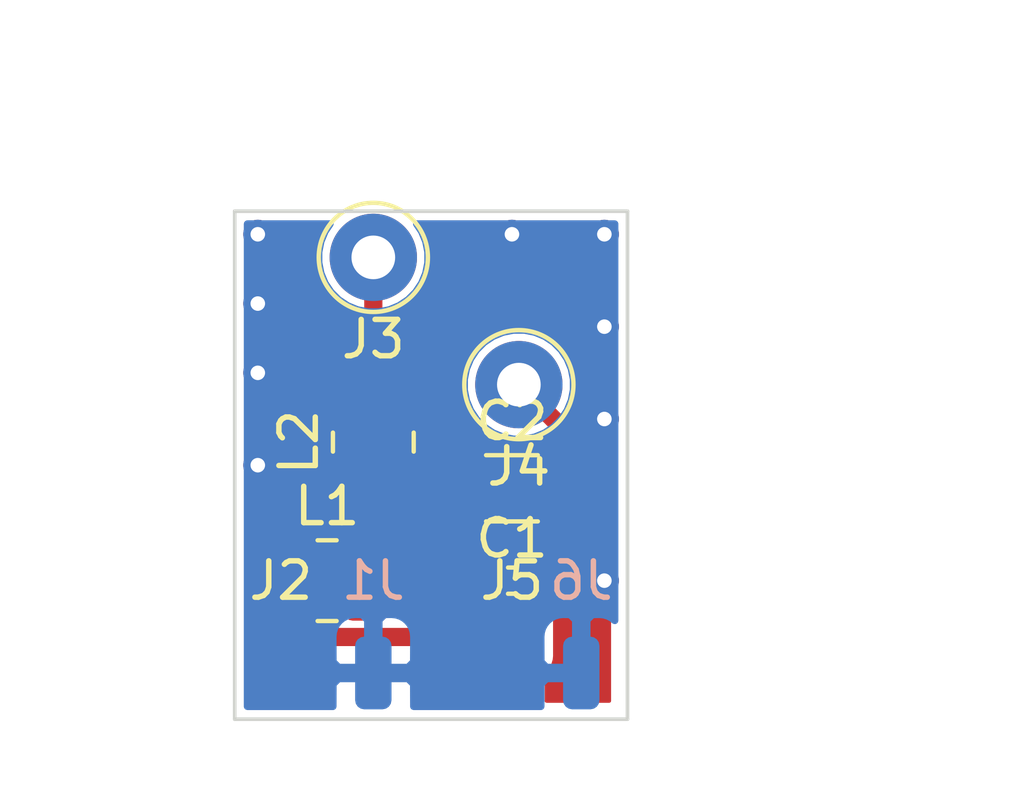
<source format=kicad_pcb>
(kicad_pcb (version 20171130) (host pcbnew 5.1.10)

  (general
    (thickness 1.6)
    (drawings 6)
    (tracks 26)
    (zones 0)
    (modules 10)
    (nets 6)
  )

  (page A4)
  (layers
    (0 F.Cu signal)
    (31 B.Cu signal)
    (32 B.Adhes user)
    (33 F.Adhes user)
    (34 B.Paste user)
    (35 F.Paste user)
    (36 B.SilkS user)
    (37 F.SilkS user)
    (38 B.Mask user)
    (39 F.Mask user)
    (40 Dwgs.User user)
    (41 Cmts.User user)
    (42 Eco1.User user)
    (43 Eco2.User user)
    (44 Edge.Cuts user)
    (45 Margin user)
    (46 B.CrtYd user)
    (47 F.CrtYd user)
    (48 B.Fab user)
    (49 F.Fab user)
  )

  (setup
    (last_trace_width 0.25)
    (user_trace_width 0.5)
    (trace_clearance 0.2)
    (zone_clearance 0.4)
    (zone_45_only no)
    (trace_min 0.2)
    (via_size 0.8)
    (via_drill 0.4)
    (via_min_size 0.4)
    (via_min_drill 0.3)
    (uvia_size 0.3)
    (uvia_drill 0.1)
    (uvias_allowed no)
    (uvia_min_size 0.2)
    (uvia_min_drill 0.1)
    (edge_width 0.05)
    (segment_width 0.2)
    (pcb_text_width 0.3)
    (pcb_text_size 1.5 1.5)
    (mod_edge_width 0.12)
    (mod_text_size 1 1)
    (mod_text_width 0.15)
    (pad_size 1.524 1.524)
    (pad_drill 0.762)
    (pad_to_mask_clearance 0)
    (aux_axis_origin 0 0)
    (visible_elements FFFFFF7F)
    (pcbplotparams
      (layerselection 0x01000_ffffffff)
      (usegerberextensions false)
      (usegerberattributes true)
      (usegerberadvancedattributes true)
      (creategerberjobfile true)
      (excludeedgelayer true)
      (linewidth 0.100000)
      (plotframeref false)
      (viasonmask false)
      (mode 1)
      (useauxorigin false)
      (hpglpennumber 1)
      (hpglpenspeed 20)
      (hpglpendiameter 15.000000)
      (psnegative false)
      (psa4output false)
      (plotreference true)
      (plotvalue true)
      (plotinvisibletext false)
      (padsonsilk false)
      (subtractmaskfromsilk false)
      (outputformat 1)
      (mirror false)
      (drillshape 0)
      (scaleselection 1)
      (outputdirectory "../filter01_gerber/"))
  )

  (net 0 "")
  (net 1 "Net-(C1-Pad2)")
  (net 2 "Net-(C1-Pad1)")
  (net 3 "Net-(C2-Pad1)")
  (net 4 GND)
  (net 5 "Net-(J3-Pad1)")

  (net_class Default "This is the default net class."
    (clearance 0.2)
    (trace_width 0.25)
    (via_dia 0.8)
    (via_drill 0.4)
    (uvia_dia 0.3)
    (uvia_drill 0.1)
    (add_net GND)
    (add_net "Net-(C1-Pad1)")
    (add_net "Net-(C1-Pad2)")
    (add_net "Net-(C2-Pad1)")
    (add_net "Net-(J3-Pad1)")
  )

  (module Connector_Wire:SolderWirePad_1x01_SMD_1x2mm (layer B.Cu) (tedit 5DD6EB27) (tstamp 624C3B8E)
    (at 201.295 72.39 180)
    (descr "Wire Pad, Square, SMD Pad,  5mm x 10mm,")
    (tags "MesurementPoint Square SMDPad 5mmx10mm ")
    (path /624D8226)
    (attr virtual)
    (fp_text reference J6 (at 0 2.54) (layer B.SilkS)
      (effects (font (size 1 1) (thickness 0.15)) (justify mirror))
    )
    (fp_text value Conn_01x01_Female (at 0 -2.54) (layer B.Fab)
      (effects (font (size 1 1) (thickness 0.15)) (justify mirror))
    )
    (fp_line (start -0.63 -1.27) (end -0.63 1.27) (layer B.Fab) (width 0.1))
    (fp_line (start 0.63 -1.27) (end -0.63 -1.27) (layer B.Fab) (width 0.1))
    (fp_line (start 0.63 1.27) (end 0.63 -1.27) (layer B.Fab) (width 0.1))
    (fp_line (start -0.63 1.27) (end 0.63 1.27) (layer B.Fab) (width 0.1))
    (fp_line (start -0.63 1.27) (end -0.63 -1.27) (layer B.CrtYd) (width 0.05))
    (fp_line (start -0.63 -1.27) (end 0.63 -1.27) (layer B.CrtYd) (width 0.05))
    (fp_line (start 0.63 -1.27) (end 0.63 1.27) (layer B.CrtYd) (width 0.05))
    (fp_line (start 0.63 1.27) (end -0.63 1.27) (layer B.CrtYd) (width 0.05))
    (fp_text user %R (at 0 0) (layer B.Fab)
      (effects (font (size 1 1) (thickness 0.15)) (justify mirror))
    )
    (pad 1 smd roundrect (at 0 0 180) (size 1 2) (layers B.Cu B.Paste B.Mask) (roundrect_rratio 0.25)
      (net 4 GND))
  )

  (module Connector_Wire:SolderWirePad_1x01_SMD_1x2mm (layer F.Cu) (tedit 5DD6EB27) (tstamp 624C3B84)
    (at 199.39 72.39)
    (descr "Wire Pad, Square, SMD Pad,  5mm x 10mm,")
    (tags "MesurementPoint Square SMDPad 5mmx10mm ")
    (path /624D822C)
    (attr virtual)
    (fp_text reference J5 (at 0 -2.54) (layer F.SilkS)
      (effects (font (size 1 1) (thickness 0.15)))
    )
    (fp_text value Conn_01x01_Female (at 0 2.54) (layer F.Fab)
      (effects (font (size 1 1) (thickness 0.15)))
    )
    (fp_line (start -0.63 1.27) (end -0.63 -1.27) (layer F.Fab) (width 0.1))
    (fp_line (start 0.63 1.27) (end -0.63 1.27) (layer F.Fab) (width 0.1))
    (fp_line (start 0.63 -1.27) (end 0.63 1.27) (layer F.Fab) (width 0.1))
    (fp_line (start -0.63 -1.27) (end 0.63 -1.27) (layer F.Fab) (width 0.1))
    (fp_line (start -0.63 -1.27) (end -0.63 1.27) (layer F.CrtYd) (width 0.05))
    (fp_line (start -0.63 1.27) (end 0.63 1.27) (layer F.CrtYd) (width 0.05))
    (fp_line (start 0.63 1.27) (end 0.63 -1.27) (layer F.CrtYd) (width 0.05))
    (fp_line (start 0.63 -1.27) (end -0.63 -1.27) (layer F.CrtYd) (width 0.05))
    (fp_text user %R (at 0 0) (layer F.Fab)
      (effects (font (size 1 1) (thickness 0.15)))
    )
    (pad 1 smd roundrect (at 0 0) (size 1 2) (layers F.Cu F.Paste F.Mask) (roundrect_rratio 0.25)
      (net 1 "Net-(C1-Pad2)"))
  )

  (module Connector_Wire:SolderWirePad_1x01_SMD_1x2mm (layer F.Cu) (tedit 5DD6EB27) (tstamp 624C21C9)
    (at 193.04 72.39)
    (descr "Wire Pad, Square, SMD Pad,  5mm x 10mm,")
    (tags "MesurementPoint Square SMDPad 5mmx10mm ")
    (path /624D4483)
    (attr virtual)
    (fp_text reference J2 (at 0 -2.54) (layer F.SilkS)
      (effects (font (size 1 1) (thickness 0.15)))
    )
    (fp_text value Conn_01x01_Female (at 0 2.54) (layer F.Fab)
      (effects (font (size 1 1) (thickness 0.15)))
    )
    (fp_line (start -0.63 1.27) (end -0.63 -1.27) (layer F.Fab) (width 0.1))
    (fp_line (start 0.63 1.27) (end -0.63 1.27) (layer F.Fab) (width 0.1))
    (fp_line (start 0.63 -1.27) (end 0.63 1.27) (layer F.Fab) (width 0.1))
    (fp_line (start -0.63 -1.27) (end 0.63 -1.27) (layer F.Fab) (width 0.1))
    (fp_line (start -0.63 -1.27) (end -0.63 1.27) (layer F.CrtYd) (width 0.05))
    (fp_line (start -0.63 1.27) (end 0.63 1.27) (layer F.CrtYd) (width 0.05))
    (fp_line (start 0.63 1.27) (end 0.63 -1.27) (layer F.CrtYd) (width 0.05))
    (fp_line (start 0.63 -1.27) (end -0.63 -1.27) (layer F.CrtYd) (width 0.05))
    (fp_text user %R (at 0 0) (layer F.Fab)
      (effects (font (size 1 1) (thickness 0.15)))
    )
    (pad 1 smd roundrect (at 0 0) (size 1 2) (layers F.Cu F.Paste F.Mask) (roundrect_rratio 0.25)
      (net 2 "Net-(C1-Pad1)"))
  )

  (module Connector_Wire:SolderWirePad_1x01_SMD_1x2mm (layer B.Cu) (tedit 5DD6EB27) (tstamp 624C3D33)
    (at 195.58 72.39 180)
    (descr "Wire Pad, Square, SMD Pad,  5mm x 10mm,")
    (tags "MesurementPoint Square SMDPad 5mmx10mm ")
    (path /624D4489)
    (attr virtual)
    (fp_text reference J1 (at 0 2.54 180) (layer B.SilkS)
      (effects (font (size 1 1) (thickness 0.15)) (justify mirror))
    )
    (fp_text value Conn_01x01_Female (at 0 -2.54 180) (layer B.Fab)
      (effects (font (size 1 1) (thickness 0.15)) (justify mirror))
    )
    (fp_line (start -0.63 -1.27) (end -0.63 1.27) (layer B.Fab) (width 0.1))
    (fp_line (start 0.63 -1.27) (end -0.63 -1.27) (layer B.Fab) (width 0.1))
    (fp_line (start 0.63 1.27) (end 0.63 -1.27) (layer B.Fab) (width 0.1))
    (fp_line (start -0.63 1.27) (end 0.63 1.27) (layer B.Fab) (width 0.1))
    (fp_line (start -0.63 1.27) (end -0.63 -1.27) (layer B.CrtYd) (width 0.05))
    (fp_line (start -0.63 -1.27) (end 0.63 -1.27) (layer B.CrtYd) (width 0.05))
    (fp_line (start 0.63 -1.27) (end 0.63 1.27) (layer B.CrtYd) (width 0.05))
    (fp_line (start 0.63 1.27) (end -0.63 1.27) (layer B.CrtYd) (width 0.05))
    (fp_text user %R (at 0 0 180) (layer B.Fab)
      (effects (font (size 1 1) (thickness 0.15)) (justify mirror))
    )
    (pad 1 smd roundrect (at 0 0 180) (size 1 2) (layers B.Cu B.Paste B.Mask) (roundrect_rratio 0.25)
      (net 4 GND))
  )

  (module Connector_Pin:Pin_D1.0mm_L10.0mm_LooseFit (layer F.Cu) (tedit 5A1DC085) (tstamp 624C310A)
    (at 199.58 64.46)
    (descr "solder Pin_ diameter 1.0mm, hole diameter 1.2mm (loose fit), length 10.0mm")
    (tags "solder Pin_ loose fit")
    (path /624C9875)
    (fp_text reference J4 (at 0 2.25) (layer F.SilkS)
      (effects (font (size 1 1) (thickness 0.15)))
    )
    (fp_text value Conn_01x01_Female (at 0 -2.05) (layer F.Fab)
      (effects (font (size 1 1) (thickness 0.15)))
    )
    (fp_circle (center 0 0) (end 1.7 0) (layer F.CrtYd) (width 0.05))
    (fp_circle (center 0 0) (end 0.5 0) (layer F.Fab) (width 0.12))
    (fp_circle (center 0 0) (end 1.2 0) (layer F.Fab) (width 0.12))
    (fp_circle (center 0 0) (end 1.5 0.05) (layer F.SilkS) (width 0.12))
    (fp_text user %R (at 0 2.25) (layer F.Fab)
      (effects (font (size 1 1) (thickness 0.15)))
    )
    (pad 1 thru_hole circle (at 0 0) (size 2.4 2.4) (drill 1.2) (layers *.Cu *.Mask)
      (net 1 "Net-(C1-Pad2)"))
    (model ${KISYS3DMOD}/Connector_Pin.3dshapes/Pin_D1.0mm_L10.0mm_LooseFit.wrl
      (at (xyz 0 0 0))
      (scale (xyz 1 1 1))
      (rotate (xyz 0 0 0))
    )
  )

  (module Connector_Pin:Pin_D1.0mm_L10.0mm_LooseFit (layer F.Cu) (tedit 5A1DC085) (tstamp 624C3100)
    (at 195.58 60.96)
    (descr "solder Pin_ diameter 1.0mm, hole diameter 1.2mm (loose fit), length 10.0mm")
    (tags "solder Pin_ loose fit")
    (path /624C95EC)
    (fp_text reference J3 (at 0 2.25) (layer F.SilkS)
      (effects (font (size 1 1) (thickness 0.15)))
    )
    (fp_text value Conn_01x01_Female (at 0 -2.05) (layer F.Fab)
      (effects (font (size 1 1) (thickness 0.15)))
    )
    (fp_circle (center 0 0) (end 1.7 0) (layer F.CrtYd) (width 0.05))
    (fp_circle (center 0 0) (end 0.5 0) (layer F.Fab) (width 0.12))
    (fp_circle (center 0 0) (end 1.2 0) (layer F.Fab) (width 0.12))
    (fp_circle (center 0 0) (end 1.5 0.05) (layer F.SilkS) (width 0.12))
    (fp_text user %R (at 0 2.25) (layer F.Fab)
      (effects (font (size 1 1) (thickness 0.15)))
    )
    (pad 1 thru_hole circle (at 0 0) (size 2.4 2.4) (drill 1.2) (layers *.Cu *.Mask)
      (net 5 "Net-(J3-Pad1)"))
    (model ${KISYS3DMOD}/Connector_Pin.3dshapes/Pin_D1.0mm_L10.0mm_LooseFit.wrl
      (at (xyz 0 0 0))
      (scale (xyz 1 1 1))
      (rotate (xyz 0 0 0))
    )
  )

  (module Inductor_SMD:L_1008_2520Metric (layer F.Cu) (tedit 5F68FEF0) (tstamp 624C341C)
    (at 195.58 66.04 90)
    (descr "Inductor SMD 1008 (2520 Metric), square (rectangular) end terminal, IPC_7351 nominal, (Body size source: https://ecsxtal.com/store/pdf/ECS-MPI2520-SMD-POWER-INDUCTOR.pdf), generated with kicad-footprint-generator")
    (tags inductor)
    (path /624C224E)
    (attr smd)
    (fp_text reference L2 (at 0 -2.05 90) (layer F.SilkS)
      (effects (font (size 1 1) (thickness 0.15)))
    )
    (fp_text value "300 nH" (at 0 2.05 90) (layer F.Fab)
      (effects (font (size 1 1) (thickness 0.15)))
    )
    (fp_line (start 1.95 1.35) (end -1.95 1.35) (layer F.CrtYd) (width 0.05))
    (fp_line (start 1.95 -1.35) (end 1.95 1.35) (layer F.CrtYd) (width 0.05))
    (fp_line (start -1.95 -1.35) (end 1.95 -1.35) (layer F.CrtYd) (width 0.05))
    (fp_line (start -1.95 1.35) (end -1.95 -1.35) (layer F.CrtYd) (width 0.05))
    (fp_line (start -0.261252 1.11) (end 0.261252 1.11) (layer F.SilkS) (width 0.12))
    (fp_line (start -0.261252 -1.11) (end 0.261252 -1.11) (layer F.SilkS) (width 0.12))
    (fp_line (start 1.25 1) (end -1.25 1) (layer F.Fab) (width 0.1))
    (fp_line (start 1.25 -1) (end 1.25 1) (layer F.Fab) (width 0.1))
    (fp_line (start -1.25 -1) (end 1.25 -1) (layer F.Fab) (width 0.1))
    (fp_line (start -1.25 1) (end -1.25 -1) (layer F.Fab) (width 0.1))
    (fp_text user %R (at 0 0 90) (layer F.Fab)
      (effects (font (size 0.62 0.62) (thickness 0.09)))
    )
    (pad 2 smd roundrect (at 1.075 0 90) (size 1.25 2.2) (layers F.Cu F.Paste F.Mask) (roundrect_rratio 0.2)
      (net 5 "Net-(J3-Pad1)"))
    (pad 1 smd roundrect (at -1.075 0 90) (size 1.25 2.2) (layers F.Cu F.Paste F.Mask) (roundrect_rratio 0.2)
      (net 3 "Net-(C2-Pad1)"))
    (model ${KISYS3DMOD}/Inductor_SMD.3dshapes/L_1008_2520Metric.wrl
      (at (xyz 0 0 0))
      (scale (xyz 1 1 1))
      (rotate (xyz 0 0 0))
    )
  )

  (module Inductor_SMD:L_1008_2520Metric (layer F.Cu) (tedit 5F68FEF0) (tstamp 624C1A45)
    (at 194.31 69.85)
    (descr "Inductor SMD 1008 (2520 Metric), square (rectangular) end terminal, IPC_7351 nominal, (Body size source: https://ecsxtal.com/store/pdf/ECS-MPI2520-SMD-POWER-INDUCTOR.pdf), generated with kicad-footprint-generator")
    (tags inductor)
    (path /624C1AB7)
    (attr smd)
    (fp_text reference L1 (at 0 -2.05) (layer F.SilkS)
      (effects (font (size 1 1) (thickness 0.15)))
    )
    (fp_text value "470 nH" (at 0 2.05) (layer F.Fab)
      (effects (font (size 1 1) (thickness 0.15)))
    )
    (fp_line (start 1.95 1.35) (end -1.95 1.35) (layer F.CrtYd) (width 0.05))
    (fp_line (start 1.95 -1.35) (end 1.95 1.35) (layer F.CrtYd) (width 0.05))
    (fp_line (start -1.95 -1.35) (end 1.95 -1.35) (layer F.CrtYd) (width 0.05))
    (fp_line (start -1.95 1.35) (end -1.95 -1.35) (layer F.CrtYd) (width 0.05))
    (fp_line (start -0.261252 1.11) (end 0.261252 1.11) (layer F.SilkS) (width 0.12))
    (fp_line (start -0.261252 -1.11) (end 0.261252 -1.11) (layer F.SilkS) (width 0.12))
    (fp_line (start 1.25 1) (end -1.25 1) (layer F.Fab) (width 0.1))
    (fp_line (start 1.25 -1) (end 1.25 1) (layer F.Fab) (width 0.1))
    (fp_line (start -1.25 -1) (end 1.25 -1) (layer F.Fab) (width 0.1))
    (fp_line (start -1.25 1) (end -1.25 -1) (layer F.Fab) (width 0.1))
    (fp_text user %R (at 0 0) (layer F.Fab)
      (effects (font (size 0.62 0.62) (thickness 0.09)))
    )
    (pad 2 smd roundrect (at 1.075 0) (size 1.25 2.2) (layers F.Cu F.Paste F.Mask) (roundrect_rratio 0.2)
      (net 3 "Net-(C2-Pad1)"))
    (pad 1 smd roundrect (at -1.075 0) (size 1.25 2.2) (layers F.Cu F.Paste F.Mask) (roundrect_rratio 0.2)
      (net 2 "Net-(C1-Pad1)"))
    (model ${KISYS3DMOD}/Inductor_SMD.3dshapes/L_1008_2520Metric.wrl
      (at (xyz 0 0 0))
      (scale (xyz 1 1 1))
      (rotate (xyz 0 0 0))
    )
  )

  (module Capacitor_SMD:C_1206_3216Metric (layer F.Cu) (tedit 5F68FEEE) (tstamp 624C3CCA)
    (at 199.39 67.31)
    (descr "Capacitor SMD 1206 (3216 Metric), square (rectangular) end terminal, IPC_7351 nominal, (Body size source: IPC-SM-782 page 76, https://www.pcb-3d.com/wordpress/wp-content/uploads/ipc-sm-782a_amendment_1_and_2.pdf), generated with kicad-footprint-generator")
    (tags capacitor)
    (path /624C14F9)
    (attr smd)
    (fp_text reference C2 (at 0 -1.85) (layer F.SilkS)
      (effects (font (size 1 1) (thickness 0.15)))
    )
    (fp_text value "180 pF" (at 0 1.85) (layer F.Fab)
      (effects (font (size 1 1) (thickness 0.15)))
    )
    (fp_line (start 2.3 1.15) (end -2.3 1.15) (layer F.CrtYd) (width 0.05))
    (fp_line (start 2.3 -1.15) (end 2.3 1.15) (layer F.CrtYd) (width 0.05))
    (fp_line (start -2.3 -1.15) (end 2.3 -1.15) (layer F.CrtYd) (width 0.05))
    (fp_line (start -2.3 1.15) (end -2.3 -1.15) (layer F.CrtYd) (width 0.05))
    (fp_line (start -0.711252 0.91) (end 0.711252 0.91) (layer F.SilkS) (width 0.12))
    (fp_line (start -0.711252 -0.91) (end 0.711252 -0.91) (layer F.SilkS) (width 0.12))
    (fp_line (start 1.6 0.8) (end -1.6 0.8) (layer F.Fab) (width 0.1))
    (fp_line (start 1.6 -0.8) (end 1.6 0.8) (layer F.Fab) (width 0.1))
    (fp_line (start -1.6 -0.8) (end 1.6 -0.8) (layer F.Fab) (width 0.1))
    (fp_line (start -1.6 0.8) (end -1.6 -0.8) (layer F.Fab) (width 0.1))
    (fp_text user %R (at 0 0) (layer F.Fab)
      (effects (font (size 0.8 0.8) (thickness 0.12)))
    )
    (pad 2 smd roundrect (at 1.475 0) (size 1.15 1.8) (layers F.Cu F.Paste F.Mask) (roundrect_rratio 0.2173904347826087)
      (net 1 "Net-(C1-Pad2)"))
    (pad 1 smd roundrect (at -1.475 0) (size 1.15 1.8) (layers F.Cu F.Paste F.Mask) (roundrect_rratio 0.2173904347826087)
      (net 3 "Net-(C2-Pad1)"))
    (model ${KISYS3DMOD}/Capacitor_SMD.3dshapes/C_1206_3216Metric.wrl
      (at (xyz 0 0 0))
      (scale (xyz 1 1 1))
      (rotate (xyz 0 0 0))
    )
  )

  (module Capacitor_SMD:C_0402_1005Metric (layer F.Cu) (tedit 5F68FEEE) (tstamp 624C3358)
    (at 199.39 69.85)
    (descr "Capacitor SMD 0402 (1005 Metric), square (rectangular) end terminal, IPC_7351 nominal, (Body size source: IPC-SM-782 page 76, https://www.pcb-3d.com/wordpress/wp-content/uploads/ipc-sm-782a_amendment_1_and_2.pdf), generated with kicad-footprint-generator")
    (tags capacitor)
    (path /624C11FB)
    (attr smd)
    (fp_text reference C1 (at 0 -1.16) (layer F.SilkS)
      (effects (font (size 1 1) (thickness 0.15)))
    )
    (fp_text value "120 pF" (at 0 1.16) (layer F.Fab)
      (effects (font (size 1 1) (thickness 0.15)))
    )
    (fp_line (start -0.5 0.25) (end -0.5 -0.25) (layer F.Fab) (width 0.1))
    (fp_line (start -0.5 -0.25) (end 0.5 -0.25) (layer F.Fab) (width 0.1))
    (fp_line (start 0.5 -0.25) (end 0.5 0.25) (layer F.Fab) (width 0.1))
    (fp_line (start 0.5 0.25) (end -0.5 0.25) (layer F.Fab) (width 0.1))
    (fp_line (start -0.107836 -0.36) (end 0.107836 -0.36) (layer F.SilkS) (width 0.12))
    (fp_line (start -0.107836 0.36) (end 0.107836 0.36) (layer F.SilkS) (width 0.12))
    (fp_line (start -0.91 0.46) (end -0.91 -0.46) (layer F.CrtYd) (width 0.05))
    (fp_line (start -0.91 -0.46) (end 0.91 -0.46) (layer F.CrtYd) (width 0.05))
    (fp_line (start 0.91 -0.46) (end 0.91 0.46) (layer F.CrtYd) (width 0.05))
    (fp_line (start 0.91 0.46) (end -0.91 0.46) (layer F.CrtYd) (width 0.05))
    (fp_text user %R (at 0 0) (layer F.Fab)
      (effects (font (size 0.25 0.25) (thickness 0.04)))
    )
    (pad 1 smd roundrect (at -0.48 0) (size 0.56 0.62) (layers F.Cu F.Paste F.Mask) (roundrect_rratio 0.25)
      (net 2 "Net-(C1-Pad1)"))
    (pad 2 smd roundrect (at 0.48 0) (size 0.56 0.62) (layers F.Cu F.Paste F.Mask) (roundrect_rratio 0.25)
      (net 1 "Net-(C1-Pad2)"))
    (model ${KISYS3DMOD}/Capacitor_SMD.3dshapes/C_0402_1005Metric.wrl
      (at (xyz 0 0 0))
      (scale (xyz 1 1 1))
      (rotate (xyz 0 0 0))
    )
  )

  (dimension 10.795 (width 0.15) (layer Dwgs.User)
    (gr_text "10.795 mm" (at 197.1675 54.58) (layer Dwgs.User)
      (effects (font (size 1 1) (thickness 0.15)))
    )
    (feature1 (pts (xy 202.565 59.69) (xy 202.565 55.293579)))
    (feature2 (pts (xy 191.77 59.69) (xy 191.77 55.293579)))
    (crossbar (pts (xy 191.77 55.88) (xy 202.565 55.88)))
    (arrow1a (pts (xy 202.565 55.88) (xy 201.438496 56.466421)))
    (arrow1b (pts (xy 202.565 55.88) (xy 201.438496 55.293579)))
    (arrow2a (pts (xy 191.77 55.88) (xy 192.896504 56.466421)))
    (arrow2b (pts (xy 191.77 55.88) (xy 192.896504 55.293579)))
  )
  (dimension 12.7 (width 0.15) (layer Dwgs.User)
    (gr_text "12.700 mm" (at 212.12 66.04 270) (layer Dwgs.User)
      (effects (font (size 1 1) (thickness 0.15)))
    )
    (feature1 (pts (xy 202.565 72.39) (xy 211.406421 72.39)))
    (feature2 (pts (xy 202.565 59.69) (xy 211.406421 59.69)))
    (crossbar (pts (xy 210.82 59.69) (xy 210.82 72.39)))
    (arrow1a (pts (xy 210.82 72.39) (xy 210.233579 71.263496)))
    (arrow1b (pts (xy 210.82 72.39) (xy 211.406421 71.263496)))
    (arrow2a (pts (xy 210.82 59.69) (xy 210.233579 60.816504)))
    (arrow2b (pts (xy 210.82 59.69) (xy 211.406421 60.816504)))
  )
  (gr_line (start 202.565 59.69) (end 202.565 73.66) (layer Edge.Cuts) (width 0.1))
  (gr_line (start 191.77 59.69) (end 202.565 59.69) (layer Edge.Cuts) (width 0.1))
  (gr_line (start 191.77 73.66) (end 191.77 59.69) (layer Edge.Cuts) (width 0.1))
  (gr_line (start 202.565 73.66) (end 191.77 73.66) (layer Edge.Cuts) (width 0.1))

  (via (at 201.93 60.325) (size 0.8) (drill 0.4) (layers F.Cu B.Cu) (net 4))
  (via (at 192.405 60.325) (size 0.8) (drill 0.4) (layers F.Cu B.Cu) (net 4))
  (via (at 192.405 62.23) (size 0.8) (drill 0.4) (layers F.Cu B.Cu) (net 4))
  (via (at 192.405 64.135) (size 0.8) (drill 0.4) (layers F.Cu B.Cu) (net 4))
  (via (at 192.405 66.675) (size 0.8) (drill 0.4) (layers F.Cu B.Cu) (net 4))
  (via (at 201.93 62.865) (size 0.8) (drill 0.4) (layers F.Cu B.Cu) (net 4))
  (via (at 201.93 65.405) (size 0.8) (drill 0.4) (layers F.Cu B.Cu) (net 4))
  (via (at 199.39 60.325) (size 0.8) (drill 0.4) (layers F.Cu B.Cu) (net 4))
  (via (at 201.93 69.85) (size 0.8) (drill 0.4) (layers F.Cu B.Cu) (net 4))
  (segment (start 199.87 69.85) (end 200.66 69.85) (width 0.5) (layer F.Cu) (net 1))
  (segment (start 200.66 67.515) (end 200.865 67.31) (width 0.5) (layer F.Cu) (net 1))
  (segment (start 200.66 69.85) (end 200.66 67.515) (width 0.5) (layer F.Cu) (net 1))
  (segment (start 200.865 65.745) (end 199.58 64.46) (width 0.5) (layer F.Cu) (net 1))
  (segment (start 200.865 67.31) (end 200.865 65.745) (width 0.5) (layer F.Cu) (net 1))
  (segment (start 199.87 69.85) (end 199.87 71.88999) (width 0.5) (layer F.Cu) (net 1))
  (segment (start 193.68501 71.40001) (end 197.35999 71.40001) (width 0.5) (layer F.Cu) (net 2))
  (segment (start 197.35999 71.40001) (end 198.91 69.85) (width 0.5) (layer F.Cu) (net 2))
  (segment (start 193.235 70.95) (end 193.68501 71.40001) (width 0.5) (layer F.Cu) (net 2))
  (segment (start 193.235 69.85) (end 193.235 70.95) (width 0.5) (layer F.Cu) (net 2))
  (segment (start 193.04 70.045) (end 193.235 69.85) (width 0.5) (layer F.Cu) (net 2))
  (segment (start 193.04 72.39) (end 193.04 70.045) (width 0.5) (layer F.Cu) (net 2))
  (segment (start 195.385 67.31) (end 195.58 67.115) (width 0.5) (layer F.Cu) (net 3))
  (segment (start 195.385 69.85) (end 195.385 67.31) (width 0.5) (layer F.Cu) (net 3))
  (segment (start 197.72 67.115) (end 197.915 67.31) (width 0.5) (layer F.Cu) (net 3))
  (segment (start 195.58 67.115) (end 197.72 67.115) (width 0.5) (layer F.Cu) (net 3))
  (segment (start 195.58 64.965) (end 195.58 60.96) (width 0.5) (layer F.Cu) (net 5))

  (zone (net 4) (net_name GND) (layer B.Cu) (tstamp 62666C30) (hatch edge 0.508)
    (connect_pads (clearance 0.2))
    (min_thickness 0.2)
    (fill yes (arc_segments 32) (thermal_gap 0.508) (thermal_bridge_width 0.508))
    (polygon
      (pts
        (xy 203.2 73.66) (xy 191.77 73.66) (xy 191.77 59.69) (xy 203.2 59.69)
      )
    )
    (filled_polygon
      (pts
        (xy 194.250717 60.249483) (xy 194.137644 60.522466) (xy 194.08 60.812263) (xy 194.08 61.107737) (xy 194.137644 61.397534)
        (xy 194.250717 61.670517) (xy 194.414874 61.916194) (xy 194.623806 62.125126) (xy 194.869483 62.289283) (xy 195.142466 62.402356)
        (xy 195.432263 62.46) (xy 195.727737 62.46) (xy 196.017534 62.402356) (xy 196.290517 62.289283) (xy 196.536194 62.125126)
        (xy 196.745126 61.916194) (xy 196.909283 61.670517) (xy 197.022356 61.397534) (xy 197.08 61.107737) (xy 197.08 60.812263)
        (xy 197.022356 60.522466) (xy 196.909283 60.249483) (xy 196.76931 60.04) (xy 202.215 60.04) (xy 202.215001 70.948151)
        (xy 202.134421 70.88202) (xy 202.028797 70.825563) (xy 201.914189 70.790797) (xy 201.795 70.779058) (xy 201.601 70.782)
        (xy 201.449 70.934) (xy 201.449 72.236) (xy 201.469 72.236) (xy 201.469 72.544) (xy 201.449 72.544)
        (xy 201.449 72.564) (xy 201.141 72.564) (xy 201.141 72.544) (xy 200.339 72.544) (xy 200.187 72.696)
        (xy 200.184397 73.31) (xy 196.690603 73.31) (xy 196.688 72.696) (xy 196.536 72.544) (xy 195.734 72.544)
        (xy 195.734 72.564) (xy 195.426 72.564) (xy 195.426 72.544) (xy 194.624 72.544) (xy 194.472 72.696)
        (xy 194.469397 73.31) (xy 192.12 73.31) (xy 192.12 71.39) (xy 194.469058 71.39) (xy 194.472 72.084)
        (xy 194.624 72.236) (xy 195.426 72.236) (xy 195.426 70.934) (xy 195.734 70.934) (xy 195.734 72.236)
        (xy 196.536 72.236) (xy 196.688 72.084) (xy 196.690942 71.39) (xy 200.184058 71.39) (xy 200.187 72.084)
        (xy 200.339 72.236) (xy 201.141 72.236) (xy 201.141 70.934) (xy 200.989 70.782) (xy 200.795 70.779058)
        (xy 200.675811 70.790797) (xy 200.561203 70.825563) (xy 200.455579 70.88202) (xy 200.362999 70.957999) (xy 200.28702 71.050579)
        (xy 200.230563 71.156203) (xy 200.195797 71.270811) (xy 200.184058 71.39) (xy 196.690942 71.39) (xy 196.679203 71.270811)
        (xy 196.644437 71.156203) (xy 196.58798 71.050579) (xy 196.512001 70.957999) (xy 196.419421 70.88202) (xy 196.313797 70.825563)
        (xy 196.199189 70.790797) (xy 196.08 70.779058) (xy 195.886 70.782) (xy 195.734 70.934) (xy 195.426 70.934)
        (xy 195.274 70.782) (xy 195.08 70.779058) (xy 194.960811 70.790797) (xy 194.846203 70.825563) (xy 194.740579 70.88202)
        (xy 194.647999 70.957999) (xy 194.57202 71.050579) (xy 194.515563 71.156203) (xy 194.480797 71.270811) (xy 194.469058 71.39)
        (xy 192.12 71.39) (xy 192.12 64.312263) (xy 198.08 64.312263) (xy 198.08 64.607737) (xy 198.137644 64.897534)
        (xy 198.250717 65.170517) (xy 198.414874 65.416194) (xy 198.623806 65.625126) (xy 198.869483 65.789283) (xy 199.142466 65.902356)
        (xy 199.432263 65.96) (xy 199.727737 65.96) (xy 200.017534 65.902356) (xy 200.290517 65.789283) (xy 200.536194 65.625126)
        (xy 200.745126 65.416194) (xy 200.909283 65.170517) (xy 201.022356 64.897534) (xy 201.08 64.607737) (xy 201.08 64.312263)
        (xy 201.022356 64.022466) (xy 200.909283 63.749483) (xy 200.745126 63.503806) (xy 200.536194 63.294874) (xy 200.290517 63.130717)
        (xy 200.017534 63.017644) (xy 199.727737 62.96) (xy 199.432263 62.96) (xy 199.142466 63.017644) (xy 198.869483 63.130717)
        (xy 198.623806 63.294874) (xy 198.414874 63.503806) (xy 198.250717 63.749483) (xy 198.137644 64.022466) (xy 198.08 64.312263)
        (xy 192.12 64.312263) (xy 192.12 60.04) (xy 194.39069 60.04)
      )
    )
  )
  (zone (net 4) (net_name GND) (layer F.Cu) (tstamp 62666C2D) (hatch edge 0.508)
    (connect_pads (clearance 0.4))
    (min_thickness 0.1)
    (fill yes (arc_segments 32) (thermal_gap 0.508) (thermal_bridge_width 0.508))
    (polygon
      (pts
        (xy 203.2 73.66) (xy 191.77 73.66) (xy 191.77 59.69) (xy 203.2 59.69)
      )
    )
    (filled_polygon
      (pts
        (xy 202.065001 73.16) (xy 200.340207 73.16) (xy 200.342177 73.14) (xy 200.342177 72.408035) (xy 200.36737 72.38736)
        (xy 200.454845 72.280771) (xy 200.519845 72.159165) (xy 200.559872 72.027214) (xy 200.57 71.92438) (xy 200.57 70.55)
        (xy 200.62561 70.55) (xy 200.66 70.553387) (xy 200.69439 70.55) (xy 200.797224 70.539872) (xy 200.929175 70.499845)
        (xy 201.050781 70.434845) (xy 201.15737 70.34737) (xy 201.244845 70.240781) (xy 201.309845 70.119175) (xy 201.349872 69.987224)
        (xy 201.363387 69.85) (xy 201.36 69.81561) (xy 201.36 68.638671) (xy 201.458712 68.608727) (xy 201.580109 68.543839)
        (xy 201.686514 68.456514) (xy 201.773839 68.350109) (xy 201.838727 68.228712) (xy 201.878685 68.096989) (xy 201.892177 67.960001)
        (xy 201.892177 66.659999) (xy 201.878685 66.523011) (xy 201.838727 66.391288) (xy 201.773839 66.269891) (xy 201.686514 66.163486)
        (xy 201.580109 66.076161) (xy 201.565 66.068085) (xy 201.565 65.779386) (xy 201.568387 65.744999) (xy 201.565 65.71061)
        (xy 201.554872 65.607776) (xy 201.514845 65.475825) (xy 201.449845 65.354219) (xy 201.36237 65.24763) (xy 201.335653 65.225704)
        (xy 201.132805 65.022856) (xy 201.166592 64.941287) (xy 201.23 64.622511) (xy 201.23 64.297489) (xy 201.166592 63.978713)
        (xy 201.042211 63.678432) (xy 200.861639 63.408186) (xy 200.631814 63.178361) (xy 200.361568 62.997789) (xy 200.061287 62.873408)
        (xy 199.742511 62.81) (xy 199.417489 62.81) (xy 199.098713 62.873408) (xy 198.798432 62.997789) (xy 198.528186 63.178361)
        (xy 198.298361 63.408186) (xy 198.117789 63.678432) (xy 197.993408 63.978713) (xy 197.93 64.297489) (xy 197.93 64.622511)
        (xy 197.993408 64.941287) (xy 198.117789 65.241568) (xy 198.298361 65.511814) (xy 198.528186 65.741639) (xy 198.798432 65.922211)
        (xy 199.098713 66.046592) (xy 199.417489 66.11) (xy 199.742511 66.11) (xy 200.061287 66.046592) (xy 200.142856 66.012805)
        (xy 200.165001 66.03495) (xy 200.165001 66.068085) (xy 200.149891 66.076161) (xy 200.043486 66.163486) (xy 199.956161 66.269891)
        (xy 199.891273 66.391288) (xy 199.851315 66.523011) (xy 199.837823 66.659999) (xy 199.837823 67.960001) (xy 199.851315 68.096989)
        (xy 199.891273 68.228712) (xy 199.956161 68.350109) (xy 199.960001 68.354788) (xy 199.96 69.087823) (xy 199.73 69.087823)
        (xy 199.614472 69.099202) (xy 199.503384 69.1329) (xy 199.401004 69.187623) (xy 199.39 69.196654) (xy 199.378996 69.187623)
        (xy 199.276616 69.1329) (xy 199.165528 69.099202) (xy 199.05 69.087823) (xy 198.77 69.087823) (xy 198.654472 69.099202)
        (xy 198.543384 69.1329) (xy 198.441004 69.187623) (xy 198.351268 69.261268) (xy 198.277623 69.351004) (xy 198.2229 69.453384)
        (xy 198.189202 69.564472) (xy 198.187413 69.582637) (xy 197.070041 70.70001) (xy 196.462176 70.70001) (xy 196.462177 70.7)
        (xy 196.462177 69) (xy 196.448685 68.863012) (xy 196.408727 68.731288) (xy 196.343839 68.609891) (xy 196.256514 68.503486)
        (xy 196.150109 68.416161) (xy 196.085 68.38136) (xy 196.085 68.192177) (xy 196.43 68.192177) (xy 196.566988 68.178685)
        (xy 196.698712 68.138727) (xy 196.820109 68.073839) (xy 196.893132 68.01391) (xy 196.901315 68.096989) (xy 196.941273 68.228712)
        (xy 197.006161 68.350109) (xy 197.093486 68.456514) (xy 197.199891 68.543839) (xy 197.321288 68.608727) (xy 197.453011 68.648685)
        (xy 197.589999 68.662177) (xy 198.240001 68.662177) (xy 198.376989 68.648685) (xy 198.508712 68.608727) (xy 198.630109 68.543839)
        (xy 198.736514 68.456514) (xy 198.823839 68.350109) (xy 198.888727 68.228712) (xy 198.928685 68.096989) (xy 198.942177 67.960001)
        (xy 198.942177 66.659999) (xy 198.928685 66.523011) (xy 198.888727 66.391288) (xy 198.823839 66.269891) (xy 198.736514 66.163486)
        (xy 198.630109 66.076161) (xy 198.508712 66.011273) (xy 198.376989 65.971315) (xy 198.240001 65.957823) (xy 197.589999 65.957823)
        (xy 197.453011 65.971315) (xy 197.321288 66.011273) (xy 197.199891 66.076161) (xy 197.093486 66.163486) (xy 197.006161 66.269891)
        (xy 196.983294 66.312672) (xy 196.926514 66.243486) (xy 196.820109 66.156161) (xy 196.698712 66.091273) (xy 196.566988 66.051315)
        (xy 196.452104 66.04) (xy 196.566988 66.028685) (xy 196.698712 65.988727) (xy 196.820109 65.923839) (xy 196.926514 65.836514)
        (xy 197.013839 65.730109) (xy 197.078727 65.608712) (xy 197.118685 65.476988) (xy 197.132177 65.34) (xy 197.132177 64.59)
        (xy 197.118685 64.453012) (xy 197.078727 64.321288) (xy 197.013839 64.199891) (xy 196.926514 64.093486) (xy 196.820109 64.006161)
        (xy 196.698712 63.941273) (xy 196.566988 63.901315) (xy 196.43 63.887823) (xy 196.28 63.887823) (xy 196.28 62.455998)
        (xy 196.361568 62.422211) (xy 196.631814 62.241639) (xy 196.861639 62.011814) (xy 197.042211 61.741568) (xy 197.166592 61.441287)
        (xy 197.23 61.122511) (xy 197.23 60.797489) (xy 197.166592 60.478713) (xy 197.047003 60.19) (xy 202.065 60.19)
      )
    )
    (filled_polygon
      (pts
        (xy 193.993408 60.478713) (xy 193.93 60.797489) (xy 193.93 61.122511) (xy 193.993408 61.441287) (xy 194.117789 61.741568)
        (xy 194.298361 62.011814) (xy 194.528186 62.241639) (xy 194.798432 62.422211) (xy 194.880001 62.455998) (xy 194.88 63.887823)
        (xy 194.73 63.887823) (xy 194.593012 63.901315) (xy 194.461288 63.941273) (xy 194.339891 64.006161) (xy 194.233486 64.093486)
        (xy 194.146161 64.199891) (xy 194.081273 64.321288) (xy 194.041315 64.453012) (xy 194.027823 64.59) (xy 194.027823 65.34)
        (xy 194.041315 65.476988) (xy 194.081273 65.608712) (xy 194.146161 65.730109) (xy 194.233486 65.836514) (xy 194.339891 65.923839)
        (xy 194.461288 65.988727) (xy 194.593012 66.028685) (xy 194.707896 66.04) (xy 194.593012 66.051315) (xy 194.461288 66.091273)
        (xy 194.339891 66.156161) (xy 194.233486 66.243486) (xy 194.146161 66.349891) (xy 194.081273 66.471288) (xy 194.041315 66.603012)
        (xy 194.027823 66.74) (xy 194.027823 67.49) (xy 194.041315 67.626988) (xy 194.081273 67.758712) (xy 194.146161 67.880109)
        (xy 194.233486 67.986514) (xy 194.339891 68.073839) (xy 194.461288 68.138727) (xy 194.593012 68.178685) (xy 194.685001 68.187745)
        (xy 194.685001 68.381359) (xy 194.619891 68.416161) (xy 194.513486 68.503486) (xy 194.426161 68.609891) (xy 194.361273 68.731288)
        (xy 194.321315 68.863012) (xy 194.31 68.977896) (xy 194.298685 68.863012) (xy 194.258727 68.731288) (xy 194.193839 68.609891)
        (xy 194.106514 68.503486) (xy 194.000109 68.416161) (xy 193.878712 68.351273) (xy 193.746988 68.311315) (xy 193.61 68.297823)
        (xy 192.86 68.297823) (xy 192.723012 68.311315) (xy 192.591288 68.351273) (xy 192.469891 68.416161) (xy 192.363486 68.503486)
        (xy 192.276161 68.609891) (xy 192.27 68.621417) (xy 192.27 60.19) (xy 194.112997 60.19)
      )
    )
  )
)

</source>
